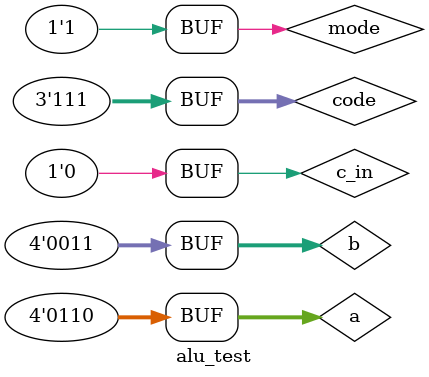
<source format=v>
`timescale 1ns / 1ps


module alu_test(
    );
    
    reg mode;
    reg[2:0] code;
    reg[3:0] a;
    reg[3:0] b;
    reg c_in;
    wire c_out;
    wire[3:0] result;
    
    alu UUT(.mode(mode), .code(code), .a(a), .b(b), .c_in(c_in), .c_out(c_out), .result(result));
    
    initial 
    begin
    a = 4'b0110; b= 4'b0011; c_in = 0; mode=0; code = 3'b000;
    #10 code = 3'b001;
    #10 code = 3'b010;
    #10 code = 3'b011;
    #10 code = 3'b100;
    #10 code = 3'b101;
    #10 code = 3'b110;
    #10 code = 3'b111;
    #10 mode = 1; code = 3'b000;
    #10 code = 3'b001;
    #10 code = 3'b010;
    #10 code = 3'b011;
    #10 code = 3'b100;
    #10 code = 3'b101;
    #10 code = 3'b110;
    #10 code = 3'b111;
    end
endmodule

</source>
